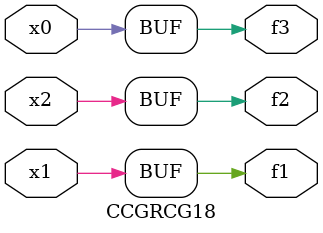
<source format=v>
module CCGRCG18(
	input x0, x1, x2,
	output f1, f2, f3
);
	assign f1 = x1;
	assign f2 = x2;
	assign f3 = x0;
endmodule

</source>
